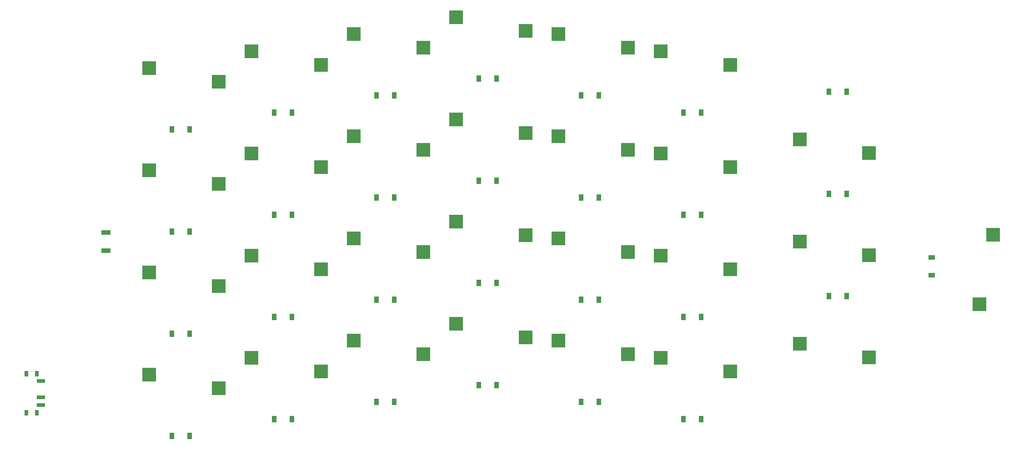
<source format=gbr>
%TF.GenerationSoftware,KiCad,Pcbnew,7.0.7*%
%TF.CreationDate,2023-08-27T15:15:09-04:00*%
%TF.ProjectId,garden,67617264-656e-42e6-9b69-6361645f7063,rev?*%
%TF.SameCoordinates,Original*%
%TF.FileFunction,Paste,Top*%
%TF.FilePolarity,Positive*%
%FSLAX46Y46*%
G04 Gerber Fmt 4.6, Leading zero omitted, Abs format (unit mm)*
G04 Created by KiCad (PCBNEW 7.0.7) date 2023-08-27 15:15:09*
%MOMM*%
%LPD*%
G01*
G04 APERTURE LIST*
%ADD10R,0.900000X1.200000*%
%ADD11R,2.500000X2.550000*%
%ADD12R,2.550000X2.500000*%
%ADD13R,1.200000X0.900000*%
%ADD14R,1.803400X0.812800*%
%ADD15R,1.500000X0.700000*%
%ADD16R,0.800000X1.000000*%
G04 APERTURE END LIST*
D10*
%TO.C,D28*%
X188243750Y-63563504D03*
X184943750Y-63563504D03*
%TD*%
%TO.C,D3*%
X62581250Y-108743750D03*
X65881250Y-108743750D03*
%TD*%
%TO.C,D27*%
X188243750Y-82613504D03*
X184943750Y-82613504D03*
%TD*%
%TO.C,D13*%
X119731250Y-61118750D03*
X123031250Y-61118750D03*
%TD*%
%TO.C,D6*%
X81631250Y-86518750D03*
X84931250Y-86518750D03*
%TD*%
%TO.C,D17*%
X138781250Y-64293750D03*
X142081250Y-64293750D03*
%TD*%
%TO.C,D14*%
X119731250Y-80168750D03*
X123031250Y-80168750D03*
%TD*%
%TO.C,D24*%
X157831250Y-124618750D03*
X161131250Y-124618750D03*
%TD*%
%TO.C,D7*%
X81631250Y-105568750D03*
X84931250Y-105568750D03*
%TD*%
%TO.C,D1*%
X62581250Y-70643750D03*
X65881250Y-70643750D03*
%TD*%
%TO.C,D19*%
X138781250Y-102393750D03*
X142081250Y-102393750D03*
%TD*%
%TO.C,D20*%
X138781250Y-121443750D03*
X142081250Y-121443750D03*
%TD*%
D11*
%TO.C,MX25*%
X212966729Y-103212729D03*
X215506729Y-90285729D03*
%TD*%
D10*
%TO.C,D11*%
X100681250Y-102393750D03*
X103981250Y-102393750D03*
%TD*%
%TO.C,D23*%
X157831250Y-105568750D03*
X161131250Y-105568750D03*
%TD*%
%TO.C,D15*%
X119731250Y-99218750D03*
X123031250Y-99218750D03*
%TD*%
%TO.C,D10*%
X100681250Y-83343750D03*
X103981250Y-83343750D03*
%TD*%
%TO.C,D16*%
X119731250Y-118268750D03*
X123031250Y-118268750D03*
%TD*%
D12*
%TO.C,MX26*%
X179508750Y-110553504D03*
X192435750Y-113093504D03*
%TD*%
D10*
%TO.C,D4*%
X62581250Y-127793750D03*
X65881250Y-127793750D03*
%TD*%
D12*
%TO.C,MX24*%
X166566250Y-115728750D03*
X153639250Y-113188750D03*
%TD*%
D10*
%TO.C,D22*%
X157831250Y-86518750D03*
X161131250Y-86518750D03*
%TD*%
%TO.C,D9*%
X100681250Y-64293750D03*
X103981250Y-64293750D03*
%TD*%
%TO.C,D8*%
X81631250Y-124618750D03*
X84931250Y-124618750D03*
%TD*%
D12*
%TO.C,MX27*%
X179508750Y-91503504D03*
X192435750Y-94043504D03*
%TD*%
D10*
%TO.C,D5*%
X81631250Y-67468750D03*
X84931250Y-67468750D03*
%TD*%
%TO.C,D2*%
X62581250Y-89693750D03*
X65881250Y-89693750D03*
%TD*%
D12*
%TO.C,MX28*%
X179508750Y-72453504D03*
X192435750Y-74993504D03*
%TD*%
D13*
%TO.C,D25*%
X204076729Y-94477729D03*
X204076729Y-97777729D03*
%TD*%
D10*
%TO.C,D21*%
X157831250Y-67468750D03*
X161131250Y-67468750D03*
%TD*%
D14*
%TO.C,SW0*%
X50377250Y-89807300D03*
X50377250Y-93207304D03*
%TD*%
D10*
%TO.C,D12*%
X100681250Y-121443750D03*
X103981250Y-121443750D03*
%TD*%
%TO.C,D18*%
X138781250Y-83343750D03*
X142081250Y-83343750D03*
%TD*%
D12*
%TO.C,MX22*%
X166566250Y-77628750D03*
X153639250Y-75088750D03*
%TD*%
%TO.C,MX6*%
X90366250Y-77628750D03*
X77439250Y-75088750D03*
%TD*%
%TO.C,MX7*%
X90366250Y-96678750D03*
X77439250Y-94138750D03*
%TD*%
%TO.C,MX2*%
X71316250Y-80803750D03*
X58389250Y-78263750D03*
%TD*%
%TO.C,MX10*%
X109416250Y-74453750D03*
X96489250Y-71913750D03*
%TD*%
%TO.C,MX1*%
X71316250Y-61753750D03*
X58389250Y-59213750D03*
%TD*%
%TO.C,MX16*%
X128466250Y-109378750D03*
X115539250Y-106838750D03*
%TD*%
%TO.C,MX23*%
X166566250Y-96678750D03*
X153639250Y-94138750D03*
%TD*%
%TO.C,MX19*%
X147516250Y-93503750D03*
X134589250Y-90963750D03*
%TD*%
%TO.C,MX13*%
X128466250Y-52228750D03*
X115539250Y-49688750D03*
%TD*%
%TO.C,MX11*%
X109416250Y-93503750D03*
X96489250Y-90963750D03*
%TD*%
D15*
%TO.C,SW1*%
X38271000Y-117547929D03*
X38271000Y-120547929D03*
X38271000Y-122047929D03*
D16*
X37486000Y-116147929D03*
X35556000Y-116147929D03*
X35556000Y-123447929D03*
X37486000Y-123447929D03*
%TD*%
D12*
%TO.C,MX3*%
X71316250Y-99853750D03*
X58389250Y-97313750D03*
%TD*%
%TO.C,MX5*%
X90366250Y-58578750D03*
X77439250Y-56038750D03*
%TD*%
%TO.C,MX14*%
X128466250Y-71278750D03*
X115539250Y-68738750D03*
%TD*%
%TO.C,MX18*%
X147516250Y-74453750D03*
X134589250Y-71913750D03*
%TD*%
%TO.C,MX12*%
X109416250Y-112553750D03*
X96489250Y-110013750D03*
%TD*%
%TO.C,MX4*%
X71316250Y-118903750D03*
X58389250Y-116363750D03*
%TD*%
%TO.C,MX8*%
X90366250Y-115728750D03*
X77439250Y-113188750D03*
%TD*%
%TO.C,MX20*%
X147516250Y-112553750D03*
X134589250Y-110013750D03*
%TD*%
%TO.C,MX9*%
X109416250Y-55403750D03*
X96489250Y-52863750D03*
%TD*%
%TO.C,MX21*%
X166566250Y-58578750D03*
X153639250Y-56038750D03*
%TD*%
D10*
%TO.C,D26*%
X188243750Y-101663504D03*
X184943750Y-101663504D03*
%TD*%
D12*
%TO.C,MX17*%
X147516250Y-55403750D03*
X134589250Y-52863750D03*
%TD*%
%TO.C,MX15*%
X128466250Y-90328750D03*
X115539250Y-87788750D03*
%TD*%
M02*

</source>
